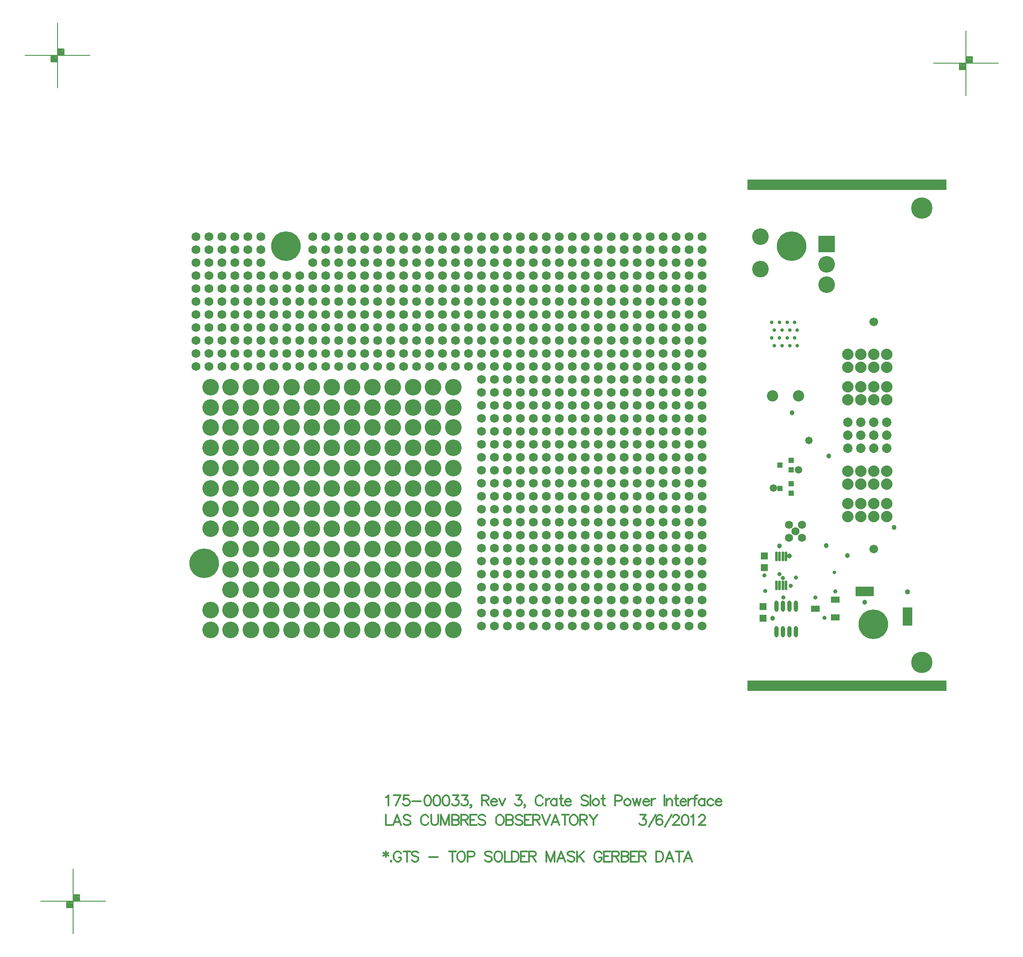
<source format=gts>
%FSLAX23Y23*%
%MOIN*%
G70*
G01*
G75*
G04 Layer_Color=8388736*
%ADD10R,0.036X0.036*%
%ADD11R,0.050X0.050*%
%ADD12R,0.070X0.135*%
%ADD13R,0.059X0.039*%
%ADD14O,0.014X0.067*%
%ADD15R,0.135X0.070*%
%ADD16O,0.024X0.079*%
%ADD17C,0.010*%
%ADD18C,0.020*%
%ADD19C,0.050*%
%ADD20C,0.040*%
%ADD21C,0.012*%
%ADD22R,1.537X0.079*%
%ADD23R,0.221X0.226*%
%ADD24R,0.221X0.236*%
%ADD25C,0.008*%
%ADD26C,0.012*%
%ADD27C,0.012*%
%ADD28C,0.220*%
%ADD29C,0.120*%
%ADD30C,0.060*%
%ADD31R,0.120X0.120*%
%ADD32C,0.055*%
%ADD33C,0.080*%
%ADD34C,0.065*%
%ADD35C,0.059*%
%ADD36C,0.079*%
%ADD37C,0.157*%
%ADD38C,0.020*%
%ADD39C,0.030*%
%ADD40C,0.050*%
%ADD41C,0.024*%
%ADD42C,0.032*%
%ADD43C,0.206*%
%ADD44C,0.110*%
%ADD45C,0.076*%
%ADD46C,0.073*%
%ADD47C,0.092*%
%ADD48C,0.190*%
%ADD49C,0.087*%
%ADD50C,0.055*%
%ADD51C,0.068*%
%ADD52R,0.268X0.272*%
%ADD53R,0.037X0.075*%
%ADD54C,0.007*%
%ADD55R,0.221X0.246*%
%ADD56R,0.221X0.217*%
%ADD57C,0.010*%
%ADD58C,0.010*%
%ADD59C,0.024*%
%ADD60C,0.005*%
%ADD61C,0.039*%
%ADD62C,0.006*%
%ADD63C,0.007*%
%ADD64C,0.008*%
%ADD65R,0.239X0.139*%
%ADD66R,1.535X0.079*%
%ADD67R,0.044X0.044*%
%ADD68R,0.058X0.058*%
%ADD69R,0.078X0.143*%
%ADD70R,0.067X0.047*%
%ADD71O,0.022X0.075*%
%ADD72R,0.143X0.078*%
%ADD73O,0.032X0.087*%
%ADD74C,0.228*%
%ADD75C,0.128*%
%ADD76R,0.128X0.128*%
%ADD77C,0.063*%
%ADD78C,0.088*%
%ADD79C,0.073*%
%ADD80C,0.067*%
%ADD81C,0.087*%
%ADD82C,0.165*%
%ADD83C,0.028*%
%ADD84C,0.038*%
%ADD85C,0.058*%
%ADD86C,0.040*%
D21*
X22029Y14083D02*
Y14037D01*
X22010Y14072D02*
X22048Y14049D01*
Y14072D02*
X22010Y14049D01*
X22069Y14011D02*
X22065Y14007D01*
X22069Y14003D01*
X22072Y14007D01*
X22069Y14011D01*
X22147Y14064D02*
X22143Y14072D01*
X22136Y14079D01*
X22128Y14083D01*
X22113D01*
X22105Y14079D01*
X22098Y14072D01*
X22094Y14064D01*
X22090Y14053D01*
Y14034D01*
X22094Y14022D01*
X22098Y14015D01*
X22105Y14007D01*
X22113Y14003D01*
X22128D01*
X22136Y14007D01*
X22143Y14015D01*
X22147Y14022D01*
Y14034D01*
X22128D02*
X22147D01*
X22192Y14083D02*
Y14003D01*
X22165Y14083D02*
X22219D01*
X22281Y14072D02*
X22274Y14079D01*
X22262Y14083D01*
X22247D01*
X22236Y14079D01*
X22228Y14072D01*
Y14064D01*
X22232Y14056D01*
X22236Y14053D01*
X22243Y14049D01*
X22266Y14041D01*
X22274Y14037D01*
X22278Y14034D01*
X22281Y14026D01*
Y14015D01*
X22274Y14007D01*
X22262Y14003D01*
X22247D01*
X22236Y14007D01*
X22228Y14015D01*
X22362Y14037D02*
X22431D01*
X22544Y14083D02*
Y14003D01*
X22517Y14083D02*
X22571D01*
X22603D02*
X22595Y14079D01*
X22588Y14072D01*
X22584Y14064D01*
X22580Y14053D01*
Y14034D01*
X22584Y14022D01*
X22588Y14015D01*
X22595Y14007D01*
X22603Y14003D01*
X22618D01*
X22626Y14007D01*
X22633Y14015D01*
X22637Y14022D01*
X22641Y14034D01*
Y14053D01*
X22637Y14064D01*
X22633Y14072D01*
X22626Y14079D01*
X22618Y14083D01*
X22603D01*
X22660Y14041D02*
X22694D01*
X22705Y14045D01*
X22709Y14049D01*
X22713Y14056D01*
Y14068D01*
X22709Y14075D01*
X22705Y14079D01*
X22694Y14083D01*
X22660D01*
Y14003D01*
X22847Y14072D02*
X22839Y14079D01*
X22828Y14083D01*
X22813D01*
X22801Y14079D01*
X22794Y14072D01*
Y14064D01*
X22798Y14056D01*
X22801Y14053D01*
X22809Y14049D01*
X22832Y14041D01*
X22839Y14037D01*
X22843Y14034D01*
X22847Y14026D01*
Y14015D01*
X22839Y14007D01*
X22828Y14003D01*
X22813D01*
X22801Y14007D01*
X22794Y14015D01*
X22888Y14083D02*
X22880Y14079D01*
X22873Y14072D01*
X22869Y14064D01*
X22865Y14053D01*
Y14034D01*
X22869Y14022D01*
X22873Y14015D01*
X22880Y14007D01*
X22888Y14003D01*
X22903D01*
X22911Y14007D01*
X22918Y14015D01*
X22922Y14022D01*
X22926Y14034D01*
Y14053D01*
X22922Y14064D01*
X22918Y14072D01*
X22911Y14079D01*
X22903Y14083D01*
X22888D01*
X22945D02*
Y14003D01*
X22990D01*
X22999Y14083D02*
Y14003D01*
Y14083D02*
X23026D01*
X23037Y14079D01*
X23045Y14072D01*
X23049Y14064D01*
X23052Y14053D01*
Y14034D01*
X23049Y14022D01*
X23045Y14015D01*
X23037Y14007D01*
X23026Y14003D01*
X22999D01*
X23120Y14083D02*
X23070D01*
Y14003D01*
X23120D01*
X23070Y14045D02*
X23101D01*
X23133Y14083D02*
Y14003D01*
Y14083D02*
X23167D01*
X23179Y14079D01*
X23183Y14075D01*
X23186Y14068D01*
Y14060D01*
X23183Y14053D01*
X23179Y14049D01*
X23167Y14045D01*
X23133D01*
X23160D02*
X23186Y14003D01*
X23267Y14083D02*
Y14003D01*
Y14083D02*
X23298Y14003D01*
X23328Y14083D02*
X23298Y14003D01*
X23328Y14083D02*
Y14003D01*
X23412D02*
X23381Y14083D01*
X23351Y14003D01*
X23362Y14030D02*
X23400D01*
X23484Y14072D02*
X23476Y14079D01*
X23465Y14083D01*
X23450D01*
X23438Y14079D01*
X23431Y14072D01*
Y14064D01*
X23434Y14056D01*
X23438Y14053D01*
X23446Y14049D01*
X23469Y14041D01*
X23476Y14037D01*
X23480Y14034D01*
X23484Y14026D01*
Y14015D01*
X23476Y14007D01*
X23465Y14003D01*
X23450D01*
X23438Y14007D01*
X23431Y14015D01*
X23502Y14083D02*
Y14003D01*
X23555Y14083D02*
X23502Y14030D01*
X23521Y14049D02*
X23555Y14003D01*
X23693Y14064D02*
X23689Y14072D01*
X23682Y14079D01*
X23674Y14083D01*
X23659D01*
X23651Y14079D01*
X23643Y14072D01*
X23640Y14064D01*
X23636Y14053D01*
Y14034D01*
X23640Y14022D01*
X23643Y14015D01*
X23651Y14007D01*
X23659Y14003D01*
X23674D01*
X23682Y14007D01*
X23689Y14015D01*
X23693Y14022D01*
Y14034D01*
X23674D02*
X23693D01*
X23761Y14083D02*
X23711D01*
Y14003D01*
X23761D01*
X23711Y14045D02*
X23742D01*
X23774Y14083D02*
Y14003D01*
Y14083D02*
X23808D01*
X23820Y14079D01*
X23824Y14075D01*
X23827Y14068D01*
Y14060D01*
X23824Y14053D01*
X23820Y14049D01*
X23808Y14045D01*
X23774D01*
X23801D02*
X23827Y14003D01*
X23845Y14083D02*
Y14003D01*
Y14083D02*
X23880D01*
X23891Y14079D01*
X23895Y14075D01*
X23899Y14068D01*
Y14060D01*
X23895Y14053D01*
X23891Y14049D01*
X23880Y14045D01*
X23845D02*
X23880D01*
X23891Y14041D01*
X23895Y14037D01*
X23899Y14030D01*
Y14018D01*
X23895Y14011D01*
X23891Y14007D01*
X23880Y14003D01*
X23845D01*
X23966Y14083D02*
X23917D01*
Y14003D01*
X23966D01*
X23917Y14045D02*
X23947D01*
X23979Y14083D02*
Y14003D01*
Y14083D02*
X24014D01*
X24025Y14079D01*
X24029Y14075D01*
X24033Y14068D01*
Y14060D01*
X24029Y14053D01*
X24025Y14049D01*
X24014Y14045D01*
X23979D01*
X24006D02*
X24033Y14003D01*
X24113Y14083D02*
Y14003D01*
Y14083D02*
X24140D01*
X24152Y14079D01*
X24159Y14072D01*
X24163Y14064D01*
X24167Y14053D01*
Y14034D01*
X24163Y14022D01*
X24159Y14015D01*
X24152Y14007D01*
X24140Y14003D01*
X24113D01*
X24246D02*
X24215Y14083D01*
X24185Y14003D01*
X24196Y14030D02*
X24234D01*
X24291Y14083D02*
Y14003D01*
X24264Y14083D02*
X24318D01*
X24388Y14003D02*
X24358Y14083D01*
X24327Y14003D01*
X24339Y14030D02*
X24377D01*
D25*
X19518Y20239D02*
X19528D01*
Y20234D02*
Y20244D01*
X19518Y20234D02*
X19528D01*
X19518D02*
Y20244D01*
X19528D01*
X19533Y20229D02*
Y20244D01*
X19513Y20229D02*
X19533D01*
X19513D02*
Y20249D01*
X19533D01*
X19538Y20224D02*
Y20249D01*
X19508Y20224D02*
X19538D01*
X19508D02*
Y20254D01*
X19538D01*
X19543Y20219D02*
Y20259D01*
X19503Y20219D02*
X19543D01*
X19503D02*
Y20259D01*
X19543D01*
X19468Y20189D02*
X19478D01*
Y20184D02*
Y20194D01*
X19468Y20184D02*
X19478D01*
X19468D02*
Y20194D01*
X19478D01*
X19483Y20179D02*
Y20194D01*
X19463Y20179D02*
X19483D01*
X19463D02*
Y20199D01*
X19483D01*
X19488Y20174D02*
Y20199D01*
X19458Y20174D02*
X19488D01*
X19458D02*
Y20204D01*
X19488D01*
X19493Y20169D02*
Y20209D01*
X19453Y20169D02*
X19493D01*
X19453D02*
Y20209D01*
X19493D01*
X19448Y20164D02*
X19498D01*
X19448D02*
Y20214D01*
X19498Y20264D02*
X19548D01*
Y20214D02*
Y20264D01*
X19498Y19964D02*
Y20464D01*
X19248Y20214D02*
X19748D01*
X19641Y13723D02*
X19651D01*
Y13718D02*
Y13728D01*
X19641Y13718D02*
X19651D01*
X19641D02*
Y13728D01*
X19651D01*
X19656Y13713D02*
Y13728D01*
X19636Y13713D02*
X19656D01*
X19636D02*
Y13733D01*
X19656D01*
X19661Y13708D02*
Y13733D01*
X19631Y13708D02*
X19661D01*
X19631D02*
Y13738D01*
X19661D01*
X19666Y13703D02*
Y13743D01*
X19626Y13703D02*
X19666D01*
X19626D02*
Y13743D01*
X19666D01*
X19591Y13673D02*
X19601D01*
Y13668D02*
Y13678D01*
X19591Y13668D02*
X19601D01*
X19591D02*
Y13678D01*
X19601D01*
X19606Y13663D02*
Y13678D01*
X19586Y13663D02*
X19606D01*
X19586D02*
Y13683D01*
X19606D01*
X19611Y13658D02*
Y13683D01*
X19581Y13658D02*
X19611D01*
X19581D02*
Y13688D01*
X19611D01*
X19616Y13653D02*
Y13693D01*
X19576Y13653D02*
X19616D01*
X19576D02*
Y13693D01*
X19616D01*
X19571Y13648D02*
X19621D01*
X19571D02*
Y13698D01*
X19621Y13748D02*
X19671D01*
Y13698D02*
Y13748D01*
X19621Y13448D02*
Y13948D01*
X19371Y13698D02*
X19871D01*
X26519Y20181D02*
X26529D01*
Y20176D02*
Y20186D01*
X26519Y20176D02*
X26529D01*
X26519D02*
Y20186D01*
X26529D01*
X26534Y20171D02*
Y20186D01*
X26514Y20171D02*
X26534D01*
X26514D02*
Y20191D01*
X26534D01*
X26539Y20166D02*
Y20191D01*
X26509Y20166D02*
X26539D01*
X26509D02*
Y20196D01*
X26539D01*
X26544Y20161D02*
Y20201D01*
X26504Y20161D02*
X26544D01*
X26504D02*
Y20201D01*
X26544D01*
X26469Y20131D02*
X26479D01*
Y20126D02*
Y20136D01*
X26469Y20126D02*
X26479D01*
X26469D02*
Y20136D01*
X26479D01*
X26484Y20121D02*
Y20136D01*
X26464Y20121D02*
X26484D01*
X26464D02*
Y20141D01*
X26484D01*
X26489Y20116D02*
Y20141D01*
X26459Y20116D02*
X26489D01*
X26459D02*
Y20146D01*
X26489D01*
X26494Y20111D02*
Y20151D01*
X26454Y20111D02*
X26494D01*
X26454D02*
Y20151D01*
X26494D01*
X26449Y20106D02*
X26499D01*
X26449D02*
Y20156D01*
X26499Y20206D02*
X26549D01*
Y20156D02*
Y20206D01*
X26499Y19906D02*
Y20406D01*
X26249Y20156D02*
X26749D01*
D26*
X22031Y14364D02*
Y14284D01*
X22077D01*
X22147D02*
X22116Y14364D01*
X22086Y14284D01*
X22097Y14310D02*
X22135D01*
X22219Y14352D02*
X22211Y14360D01*
X22200Y14364D01*
X22184D01*
X22173Y14360D01*
X22165Y14352D01*
Y14345D01*
X22169Y14337D01*
X22173Y14333D01*
X22181Y14329D01*
X22204Y14322D01*
X22211Y14318D01*
X22215Y14314D01*
X22219Y14307D01*
Y14295D01*
X22211Y14287D01*
X22200Y14284D01*
X22184D01*
X22173Y14287D01*
X22165Y14295D01*
X22357Y14345D02*
X22353Y14352D01*
X22345Y14360D01*
X22338Y14364D01*
X22322D01*
X22315Y14360D01*
X22307Y14352D01*
X22303Y14345D01*
X22299Y14333D01*
Y14314D01*
X22303Y14303D01*
X22307Y14295D01*
X22315Y14287D01*
X22322Y14284D01*
X22338D01*
X22345Y14287D01*
X22353Y14295D01*
X22357Y14303D01*
X22379Y14364D02*
Y14307D01*
X22383Y14295D01*
X22391Y14287D01*
X22402Y14284D01*
X22410D01*
X22421Y14287D01*
X22429Y14295D01*
X22432Y14307D01*
Y14364D01*
X22454D02*
Y14284D01*
Y14364D02*
X22485Y14284D01*
X22515Y14364D02*
X22485Y14284D01*
X22515Y14364D02*
Y14284D01*
X22538Y14364D02*
Y14284D01*
Y14364D02*
X22573D01*
X22584Y14360D01*
X22588Y14356D01*
X22592Y14348D01*
Y14341D01*
X22588Y14333D01*
X22584Y14329D01*
X22573Y14326D01*
X22538D02*
X22573D01*
X22584Y14322D01*
X22588Y14318D01*
X22592Y14310D01*
Y14299D01*
X22588Y14291D01*
X22584Y14287D01*
X22573Y14284D01*
X22538D01*
X22610Y14364D02*
Y14284D01*
Y14364D02*
X22644D01*
X22655Y14360D01*
X22659Y14356D01*
X22663Y14348D01*
Y14341D01*
X22659Y14333D01*
X22655Y14329D01*
X22644Y14326D01*
X22610D01*
X22636D02*
X22663Y14284D01*
X22730Y14364D02*
X22681D01*
Y14284D01*
X22730D01*
X22681Y14326D02*
X22711D01*
X22797Y14352D02*
X22789Y14360D01*
X22778Y14364D01*
X22763D01*
X22751Y14360D01*
X22744Y14352D01*
Y14345D01*
X22747Y14337D01*
X22751Y14333D01*
X22759Y14329D01*
X22782Y14322D01*
X22789Y14318D01*
X22793Y14314D01*
X22797Y14307D01*
Y14295D01*
X22789Y14287D01*
X22778Y14284D01*
X22763D01*
X22751Y14287D01*
X22744Y14295D01*
X22900Y14364D02*
X22893Y14360D01*
X22885Y14352D01*
X22881Y14345D01*
X22878Y14333D01*
Y14314D01*
X22881Y14303D01*
X22885Y14295D01*
X22893Y14287D01*
X22900Y14284D01*
X22916D01*
X22923Y14287D01*
X22931Y14295D01*
X22935Y14303D01*
X22939Y14314D01*
Y14333D01*
X22935Y14345D01*
X22931Y14352D01*
X22923Y14360D01*
X22916Y14364D01*
X22900D01*
X22957D02*
Y14284D01*
Y14364D02*
X22992D01*
X23003Y14360D01*
X23007Y14356D01*
X23011Y14348D01*
Y14341D01*
X23007Y14333D01*
X23003Y14329D01*
X22992Y14326D01*
X22957D02*
X22992D01*
X23003Y14322D01*
X23007Y14318D01*
X23011Y14310D01*
Y14299D01*
X23007Y14291D01*
X23003Y14287D01*
X22992Y14284D01*
X22957D01*
X23082Y14352D02*
X23074Y14360D01*
X23063Y14364D01*
X23048D01*
X23036Y14360D01*
X23028Y14352D01*
Y14345D01*
X23032Y14337D01*
X23036Y14333D01*
X23044Y14329D01*
X23067Y14322D01*
X23074Y14318D01*
X23078Y14314D01*
X23082Y14307D01*
Y14295D01*
X23074Y14287D01*
X23063Y14284D01*
X23048D01*
X23036Y14287D01*
X23028Y14295D01*
X23149Y14364D02*
X23100D01*
Y14284D01*
X23149D01*
X23100Y14326D02*
X23130D01*
X23163Y14364D02*
Y14284D01*
Y14364D02*
X23197D01*
X23208Y14360D01*
X23212Y14356D01*
X23216Y14348D01*
Y14341D01*
X23212Y14333D01*
X23208Y14329D01*
X23197Y14326D01*
X23163D01*
X23189D02*
X23216Y14284D01*
X23234Y14364D02*
X23264Y14284D01*
X23295Y14364D02*
X23264Y14284D01*
X23366D02*
X23335Y14364D01*
X23305Y14284D01*
X23316Y14310D02*
X23354D01*
X23411Y14364D02*
Y14284D01*
X23385Y14364D02*
X23438D01*
X23470D02*
X23463Y14360D01*
X23455Y14352D01*
X23451Y14345D01*
X23447Y14333D01*
Y14314D01*
X23451Y14303D01*
X23455Y14295D01*
X23463Y14287D01*
X23470Y14284D01*
X23486D01*
X23493Y14287D01*
X23501Y14295D01*
X23505Y14303D01*
X23508Y14314D01*
Y14333D01*
X23505Y14345D01*
X23501Y14352D01*
X23493Y14360D01*
X23486Y14364D01*
X23470D01*
X23527D02*
Y14284D01*
Y14364D02*
X23561D01*
X23573Y14360D01*
X23577Y14356D01*
X23580Y14348D01*
Y14341D01*
X23577Y14333D01*
X23573Y14329D01*
X23561Y14326D01*
X23527D01*
X23554D02*
X23580Y14284D01*
X23598Y14364D02*
X23629Y14326D01*
Y14284D01*
X23659Y14364D02*
X23629Y14326D01*
X23991Y14364D02*
X24033D01*
X24010Y14333D01*
X24022D01*
X24029Y14329D01*
X24033Y14326D01*
X24037Y14314D01*
Y14307D01*
X24033Y14295D01*
X24026Y14287D01*
X24014Y14284D01*
X24003D01*
X23991Y14287D01*
X23987Y14291D01*
X23984Y14299D01*
X24055Y14272D02*
X24108Y14364D01*
X24159Y14352D02*
X24155Y14360D01*
X24144Y14364D01*
X24136D01*
X24125Y14360D01*
X24117Y14348D01*
X24114Y14329D01*
Y14310D01*
X24117Y14295D01*
X24125Y14287D01*
X24136Y14284D01*
X24140D01*
X24152Y14287D01*
X24159Y14295D01*
X24163Y14307D01*
Y14310D01*
X24159Y14322D01*
X24152Y14329D01*
X24140Y14333D01*
X24136D01*
X24125Y14329D01*
X24117Y14322D01*
X24114Y14310D01*
X24181Y14272D02*
X24234Y14364D01*
X24243Y14345D02*
Y14348D01*
X24247Y14356D01*
X24251Y14360D01*
X24258Y14364D01*
X24274D01*
X24281Y14360D01*
X24285Y14356D01*
X24289Y14348D01*
Y14341D01*
X24285Y14333D01*
X24277Y14322D01*
X24239Y14284D01*
X24293D01*
X24333Y14364D02*
X24322Y14360D01*
X24314Y14348D01*
X24310Y14329D01*
Y14318D01*
X24314Y14299D01*
X24322Y14287D01*
X24333Y14284D01*
X24341D01*
X24352Y14287D01*
X24360Y14299D01*
X24364Y14318D01*
Y14329D01*
X24360Y14348D01*
X24352Y14360D01*
X24341Y14364D01*
X24333D01*
X24382Y14348D02*
X24389Y14352D01*
X24401Y14364D01*
Y14284D01*
X24444Y14345D02*
Y14348D01*
X24448Y14356D01*
X24452Y14360D01*
X24459Y14364D01*
X24475D01*
X24482Y14360D01*
X24486Y14356D01*
X24490Y14348D01*
Y14341D01*
X24486Y14333D01*
X24478Y14322D01*
X24440Y14284D01*
X24494D01*
D27*
X22031Y14498D02*
X22039Y14502D01*
X22050Y14514D01*
Y14434D01*
X22143Y14514D02*
X22105Y14434D01*
X22090Y14514D02*
X22143D01*
X22207D02*
X22169D01*
X22165Y14479D01*
X22169Y14483D01*
X22180Y14487D01*
X22192D01*
X22203Y14483D01*
X22211Y14476D01*
X22215Y14464D01*
Y14457D01*
X22211Y14445D01*
X22203Y14438D01*
X22192Y14434D01*
X22180D01*
X22169Y14438D01*
X22165Y14441D01*
X22161Y14449D01*
X22232Y14468D02*
X22301D01*
X22347Y14514D02*
X22336Y14510D01*
X22328Y14498D01*
X22325Y14479D01*
Y14468D01*
X22328Y14449D01*
X22336Y14438D01*
X22347Y14434D01*
X22355D01*
X22367Y14438D01*
X22374Y14449D01*
X22378Y14468D01*
Y14479D01*
X22374Y14498D01*
X22367Y14510D01*
X22355Y14514D01*
X22347D01*
X22419D02*
X22407Y14510D01*
X22400Y14498D01*
X22396Y14479D01*
Y14468D01*
X22400Y14449D01*
X22407Y14438D01*
X22419Y14434D01*
X22426D01*
X22438Y14438D01*
X22445Y14449D01*
X22449Y14468D01*
Y14479D01*
X22445Y14498D01*
X22438Y14510D01*
X22426Y14514D01*
X22419D01*
X22490D02*
X22478Y14510D01*
X22471Y14498D01*
X22467Y14479D01*
Y14468D01*
X22471Y14449D01*
X22478Y14438D01*
X22490Y14434D01*
X22498D01*
X22509Y14438D01*
X22517Y14449D01*
X22520Y14468D01*
Y14479D01*
X22517Y14498D01*
X22509Y14510D01*
X22498Y14514D01*
X22490D01*
X22546D02*
X22588D01*
X22565Y14483D01*
X22576D01*
X22584Y14479D01*
X22588Y14476D01*
X22592Y14464D01*
Y14457D01*
X22588Y14445D01*
X22580Y14438D01*
X22569Y14434D01*
X22557D01*
X22546Y14438D01*
X22542Y14441D01*
X22538Y14449D01*
X22617Y14514D02*
X22659D01*
X22636Y14483D01*
X22648D01*
X22655Y14479D01*
X22659Y14476D01*
X22663Y14464D01*
Y14457D01*
X22659Y14445D01*
X22651Y14438D01*
X22640Y14434D01*
X22629D01*
X22617Y14438D01*
X22613Y14441D01*
X22610Y14449D01*
X22688Y14438D02*
X22685Y14434D01*
X22681Y14438D01*
X22685Y14441D01*
X22688Y14438D01*
Y14430D01*
X22685Y14422D01*
X22681Y14418D01*
X22769Y14514D02*
Y14434D01*
Y14514D02*
X22803D01*
X22814Y14510D01*
X22818Y14506D01*
X22822Y14498D01*
Y14491D01*
X22818Y14483D01*
X22814Y14479D01*
X22803Y14476D01*
X22769D01*
X22795D02*
X22822Y14434D01*
X22840Y14464D02*
X22886D01*
Y14472D01*
X22882Y14479D01*
X22878Y14483D01*
X22870Y14487D01*
X22859D01*
X22851Y14483D01*
X22844Y14476D01*
X22840Y14464D01*
Y14457D01*
X22844Y14445D01*
X22851Y14438D01*
X22859Y14434D01*
X22870D01*
X22878Y14438D01*
X22886Y14445D01*
X22903Y14487D02*
X22926Y14434D01*
X22948Y14487D02*
X22926Y14434D01*
X23032Y14514D02*
X23074D01*
X23051Y14483D01*
X23062D01*
X23070Y14479D01*
X23074Y14476D01*
X23078Y14464D01*
Y14457D01*
X23074Y14445D01*
X23066Y14438D01*
X23055Y14434D01*
X23043D01*
X23032Y14438D01*
X23028Y14441D01*
X23024Y14449D01*
X23103Y14438D02*
X23099Y14434D01*
X23095Y14438D01*
X23099Y14441D01*
X23103Y14438D01*
Y14430D01*
X23099Y14422D01*
X23095Y14418D01*
X23241Y14495D02*
X23237Y14502D01*
X23229Y14510D01*
X23222Y14514D01*
X23206D01*
X23199Y14510D01*
X23191Y14502D01*
X23187Y14495D01*
X23183Y14483D01*
Y14464D01*
X23187Y14453D01*
X23191Y14445D01*
X23199Y14438D01*
X23206Y14434D01*
X23222D01*
X23229Y14438D01*
X23237Y14445D01*
X23241Y14453D01*
X23263Y14487D02*
Y14434D01*
Y14464D02*
X23267Y14476D01*
X23275Y14483D01*
X23282Y14487D01*
X23294D01*
X23346D02*
Y14434D01*
Y14476D02*
X23339Y14483D01*
X23331Y14487D01*
X23320D01*
X23312Y14483D01*
X23305Y14476D01*
X23301Y14464D01*
Y14457D01*
X23305Y14445D01*
X23312Y14438D01*
X23320Y14434D01*
X23331D01*
X23339Y14438D01*
X23346Y14445D01*
X23379Y14514D02*
Y14449D01*
X23383Y14438D01*
X23391Y14434D01*
X23398D01*
X23368Y14487D02*
X23394D01*
X23410Y14464D02*
X23455D01*
Y14472D01*
X23452Y14479D01*
X23448Y14483D01*
X23440Y14487D01*
X23429D01*
X23421Y14483D01*
X23414Y14476D01*
X23410Y14464D01*
Y14457D01*
X23414Y14445D01*
X23421Y14438D01*
X23429Y14434D01*
X23440D01*
X23448Y14438D01*
X23455Y14445D01*
X23589Y14502D02*
X23581Y14510D01*
X23570Y14514D01*
X23554D01*
X23543Y14510D01*
X23535Y14502D01*
Y14495D01*
X23539Y14487D01*
X23543Y14483D01*
X23551Y14479D01*
X23573Y14472D01*
X23581Y14468D01*
X23585Y14464D01*
X23589Y14457D01*
Y14445D01*
X23581Y14438D01*
X23570Y14434D01*
X23554D01*
X23543Y14438D01*
X23535Y14445D01*
X23607Y14514D02*
Y14434D01*
X23642Y14487D02*
X23635Y14483D01*
X23627Y14476D01*
X23623Y14464D01*
Y14457D01*
X23627Y14445D01*
X23635Y14438D01*
X23642Y14434D01*
X23654D01*
X23661Y14438D01*
X23669Y14445D01*
X23673Y14457D01*
Y14464D01*
X23669Y14476D01*
X23661Y14483D01*
X23654Y14487D01*
X23642D01*
X23702Y14514D02*
Y14449D01*
X23706Y14438D01*
X23713Y14434D01*
X23721D01*
X23690Y14487D02*
X23717D01*
X23795Y14472D02*
X23829D01*
X23841Y14476D01*
X23845Y14479D01*
X23848Y14487D01*
Y14498D01*
X23845Y14506D01*
X23841Y14510D01*
X23829Y14514D01*
X23795D01*
Y14434D01*
X23885Y14487D02*
X23878Y14483D01*
X23870Y14476D01*
X23866Y14464D01*
Y14457D01*
X23870Y14445D01*
X23878Y14438D01*
X23885Y14434D01*
X23897D01*
X23904Y14438D01*
X23912Y14445D01*
X23916Y14457D01*
Y14464D01*
X23912Y14476D01*
X23904Y14483D01*
X23897Y14487D01*
X23885D01*
X23933D02*
X23949Y14434D01*
X23964Y14487D02*
X23949Y14434D01*
X23964Y14487D02*
X23979Y14434D01*
X23994Y14487D02*
X23979Y14434D01*
X24013Y14464D02*
X24059D01*
Y14472D01*
X24055Y14479D01*
X24051Y14483D01*
X24043Y14487D01*
X24032D01*
X24024Y14483D01*
X24017Y14476D01*
X24013Y14464D01*
Y14457D01*
X24017Y14445D01*
X24024Y14438D01*
X24032Y14434D01*
X24043D01*
X24051Y14438D01*
X24059Y14445D01*
X24076Y14487D02*
Y14434D01*
Y14464D02*
X24080Y14476D01*
X24087Y14483D01*
X24095Y14487D01*
X24106D01*
X24176Y14514D02*
Y14434D01*
X24193Y14487D02*
Y14434D01*
Y14472D02*
X24205Y14483D01*
X24212Y14487D01*
X24224D01*
X24231Y14483D01*
X24235Y14472D01*
Y14434D01*
X24267Y14514D02*
Y14449D01*
X24271Y14438D01*
X24279Y14434D01*
X24286D01*
X24256Y14487D02*
X24283D01*
X24298Y14464D02*
X24344D01*
Y14472D01*
X24340Y14479D01*
X24336Y14483D01*
X24328Y14487D01*
X24317D01*
X24309Y14483D01*
X24302Y14476D01*
X24298Y14464D01*
Y14457D01*
X24302Y14445D01*
X24309Y14438D01*
X24317Y14434D01*
X24328D01*
X24336Y14438D01*
X24344Y14445D01*
X24361Y14487D02*
Y14434D01*
Y14464D02*
X24365Y14476D01*
X24372Y14483D01*
X24380Y14487D01*
X24391D01*
X24429Y14514D02*
X24421D01*
X24414Y14510D01*
X24410Y14498D01*
Y14434D01*
X24398Y14487D02*
X24425D01*
X24486D02*
Y14434D01*
Y14476D02*
X24478Y14483D01*
X24471Y14487D01*
X24459D01*
X24452Y14483D01*
X24444Y14476D01*
X24440Y14464D01*
Y14457D01*
X24444Y14445D01*
X24452Y14438D01*
X24459Y14434D01*
X24471D01*
X24478Y14438D01*
X24486Y14445D01*
X24553Y14476D02*
X24545Y14483D01*
X24538Y14487D01*
X24526D01*
X24519Y14483D01*
X24511Y14476D01*
X24507Y14464D01*
Y14457D01*
X24511Y14445D01*
X24519Y14438D01*
X24526Y14434D01*
X24538D01*
X24545Y14438D01*
X24553Y14445D01*
X24570Y14464D02*
X24616D01*
Y14472D01*
X24612Y14479D01*
X24608Y14483D01*
X24601Y14487D01*
X24589D01*
X24582Y14483D01*
X24574Y14476D01*
X24570Y14464D01*
Y14457D01*
X24574Y14445D01*
X24582Y14438D01*
X24589Y14434D01*
X24601D01*
X24608Y14438D01*
X24616Y14445D01*
D42*
X25089Y16190D02*
D03*
X25149Y16130D02*
D03*
X25191Y16191D02*
D03*
X25339Y16037D02*
D03*
X25093Y16038D02*
D03*
X25409Y15883D02*
D03*
X25063Y16217D02*
D03*
X25492Y16085D02*
D03*
X24953Y16087D02*
D03*
X24947Y16209D02*
D03*
D51*
X24466Y18819D02*
D03*
Y18719D02*
D03*
Y18619D02*
D03*
Y18519D02*
D03*
X24366Y18819D02*
D03*
Y18719D02*
D03*
Y18619D02*
D03*
Y18519D02*
D03*
X24266Y18819D02*
D03*
Y18719D02*
D03*
Y18619D02*
D03*
Y18519D02*
D03*
X24166Y18819D02*
D03*
Y18719D02*
D03*
Y18619D02*
D03*
Y18519D02*
D03*
X24066Y18819D02*
D03*
Y18719D02*
D03*
Y18619D02*
D03*
Y18519D02*
D03*
X23966D02*
D03*
Y18619D02*
D03*
Y18719D02*
D03*
Y18819D02*
D03*
X24466Y18319D02*
D03*
Y18219D02*
D03*
Y18119D02*
D03*
Y18019D02*
D03*
Y17919D02*
D03*
X24366Y18319D02*
D03*
Y18219D02*
D03*
Y18119D02*
D03*
Y18019D02*
D03*
Y17919D02*
D03*
X24266Y18319D02*
D03*
Y18219D02*
D03*
Y18119D02*
D03*
Y18019D02*
D03*
Y17919D02*
D03*
X24166Y18319D02*
D03*
Y18219D02*
D03*
Y18119D02*
D03*
Y18019D02*
D03*
Y17919D02*
D03*
X24066Y18319D02*
D03*
Y18219D02*
D03*
Y18119D02*
D03*
Y18019D02*
D03*
Y17919D02*
D03*
X23966D02*
D03*
Y18019D02*
D03*
Y18119D02*
D03*
Y18219D02*
D03*
Y18319D02*
D03*
X24466Y18419D02*
D03*
X24366D02*
D03*
X24266D02*
D03*
X24166D02*
D03*
X24066D02*
D03*
X23966D02*
D03*
X23366D02*
D03*
X23466D02*
D03*
X23566D02*
D03*
X23666D02*
D03*
X23766D02*
D03*
X23866D02*
D03*
X23366Y18319D02*
D03*
Y18219D02*
D03*
Y18119D02*
D03*
Y18019D02*
D03*
Y17919D02*
D03*
X23466D02*
D03*
Y18019D02*
D03*
Y18119D02*
D03*
Y18219D02*
D03*
Y18319D02*
D03*
X23566Y17919D02*
D03*
Y18019D02*
D03*
Y18119D02*
D03*
Y18219D02*
D03*
Y18319D02*
D03*
X23666Y17919D02*
D03*
Y18019D02*
D03*
Y18119D02*
D03*
Y18219D02*
D03*
Y18319D02*
D03*
X23766Y17919D02*
D03*
Y18019D02*
D03*
Y18119D02*
D03*
Y18219D02*
D03*
Y18319D02*
D03*
X23866Y17919D02*
D03*
Y18019D02*
D03*
Y18119D02*
D03*
Y18219D02*
D03*
Y18319D02*
D03*
X23366Y18819D02*
D03*
Y18719D02*
D03*
Y18619D02*
D03*
Y18519D02*
D03*
X23466D02*
D03*
Y18619D02*
D03*
Y18719D02*
D03*
Y18819D02*
D03*
X23566Y18519D02*
D03*
Y18619D02*
D03*
Y18719D02*
D03*
Y18819D02*
D03*
X23666Y18519D02*
D03*
Y18619D02*
D03*
Y18719D02*
D03*
Y18819D02*
D03*
X23766Y18519D02*
D03*
Y18619D02*
D03*
Y18719D02*
D03*
Y18819D02*
D03*
X23866Y18519D02*
D03*
Y18619D02*
D03*
Y18719D02*
D03*
Y18819D02*
D03*
X22766Y18419D02*
D03*
X22866D02*
D03*
X22966D02*
D03*
X23066D02*
D03*
X23166D02*
D03*
X23266D02*
D03*
X22766Y18319D02*
D03*
Y18219D02*
D03*
Y18119D02*
D03*
Y18019D02*
D03*
Y17919D02*
D03*
X22866D02*
D03*
Y18019D02*
D03*
Y18119D02*
D03*
Y18219D02*
D03*
Y18319D02*
D03*
X22966Y17919D02*
D03*
Y18019D02*
D03*
Y18119D02*
D03*
Y18219D02*
D03*
Y18319D02*
D03*
X23066Y17919D02*
D03*
Y18019D02*
D03*
Y18119D02*
D03*
Y18219D02*
D03*
Y18319D02*
D03*
X23166Y17919D02*
D03*
Y18019D02*
D03*
Y18119D02*
D03*
Y18219D02*
D03*
Y18319D02*
D03*
X23266Y17919D02*
D03*
Y18019D02*
D03*
Y18119D02*
D03*
Y18219D02*
D03*
Y18319D02*
D03*
X22766Y18819D02*
D03*
Y18719D02*
D03*
Y18619D02*
D03*
Y18519D02*
D03*
X22866D02*
D03*
Y18619D02*
D03*
Y18719D02*
D03*
Y18819D02*
D03*
X22966Y18519D02*
D03*
Y18619D02*
D03*
Y18719D02*
D03*
Y18819D02*
D03*
X23066Y18519D02*
D03*
Y18619D02*
D03*
Y18719D02*
D03*
Y18819D02*
D03*
X23166Y18519D02*
D03*
Y18619D02*
D03*
Y18719D02*
D03*
Y18819D02*
D03*
X23266Y18519D02*
D03*
Y18619D02*
D03*
Y18719D02*
D03*
Y18819D02*
D03*
X22166Y18419D02*
D03*
X22266D02*
D03*
X22366D02*
D03*
X22466D02*
D03*
X22566D02*
D03*
X22666D02*
D03*
X22166Y18319D02*
D03*
Y18219D02*
D03*
Y18119D02*
D03*
Y18019D02*
D03*
Y17919D02*
D03*
X22266D02*
D03*
Y18019D02*
D03*
Y18119D02*
D03*
Y18219D02*
D03*
Y18319D02*
D03*
X22366Y17919D02*
D03*
Y18019D02*
D03*
Y18119D02*
D03*
Y18219D02*
D03*
Y18319D02*
D03*
X22466Y17919D02*
D03*
Y18019D02*
D03*
Y18119D02*
D03*
Y18219D02*
D03*
Y18319D02*
D03*
X22566Y17919D02*
D03*
Y18019D02*
D03*
Y18119D02*
D03*
Y18219D02*
D03*
Y18319D02*
D03*
X22666Y17919D02*
D03*
Y18019D02*
D03*
Y18119D02*
D03*
Y18219D02*
D03*
Y18319D02*
D03*
X22166Y18819D02*
D03*
Y18719D02*
D03*
Y18619D02*
D03*
Y18519D02*
D03*
X22266D02*
D03*
Y18619D02*
D03*
Y18719D02*
D03*
Y18819D02*
D03*
X22366Y18519D02*
D03*
Y18619D02*
D03*
Y18719D02*
D03*
Y18819D02*
D03*
X22466Y18519D02*
D03*
Y18619D02*
D03*
Y18719D02*
D03*
Y18819D02*
D03*
X22566Y18519D02*
D03*
Y18619D02*
D03*
Y18719D02*
D03*
Y18819D02*
D03*
X22666Y18519D02*
D03*
Y18619D02*
D03*
Y18719D02*
D03*
Y18819D02*
D03*
Y17819D02*
D03*
X22566D02*
D03*
X22466D02*
D03*
X22366D02*
D03*
X22266D02*
D03*
X22166D02*
D03*
X23266D02*
D03*
X23166D02*
D03*
X23066D02*
D03*
X22966D02*
D03*
X22866D02*
D03*
X22766D02*
D03*
X23866D02*
D03*
X23766D02*
D03*
X23666D02*
D03*
X23566D02*
D03*
X23466D02*
D03*
X23366D02*
D03*
X23966D02*
D03*
X24066D02*
D03*
X24166D02*
D03*
X24266D02*
D03*
X24366D02*
D03*
X24466D02*
D03*
Y16519D02*
D03*
X24366D02*
D03*
X24266D02*
D03*
X24166D02*
D03*
X24066D02*
D03*
X23966D02*
D03*
X23366D02*
D03*
X23466D02*
D03*
X23566D02*
D03*
X23666D02*
D03*
X23766D02*
D03*
X23866D02*
D03*
X22766D02*
D03*
X22866D02*
D03*
X22966D02*
D03*
X23066D02*
D03*
X23166D02*
D03*
X23266D02*
D03*
Y17619D02*
D03*
Y17519D02*
D03*
Y17419D02*
D03*
Y17319D02*
D03*
Y17219D02*
D03*
X23166Y17619D02*
D03*
Y17519D02*
D03*
Y17419D02*
D03*
Y17319D02*
D03*
Y17219D02*
D03*
X23066Y17619D02*
D03*
Y17519D02*
D03*
Y17419D02*
D03*
Y17319D02*
D03*
Y17219D02*
D03*
X22966Y17619D02*
D03*
Y17519D02*
D03*
Y17419D02*
D03*
Y17319D02*
D03*
Y17219D02*
D03*
X22866Y17619D02*
D03*
Y17519D02*
D03*
Y17419D02*
D03*
Y17319D02*
D03*
Y17219D02*
D03*
X22766D02*
D03*
Y17319D02*
D03*
Y17419D02*
D03*
Y17519D02*
D03*
Y17619D02*
D03*
X23266Y17719D02*
D03*
X23166D02*
D03*
X23066D02*
D03*
X22966D02*
D03*
X22866D02*
D03*
X22766D02*
D03*
X23266Y17019D02*
D03*
Y16919D02*
D03*
Y16819D02*
D03*
Y16719D02*
D03*
Y16619D02*
D03*
X23166Y17019D02*
D03*
Y16919D02*
D03*
Y16819D02*
D03*
Y16719D02*
D03*
Y16619D02*
D03*
X23066Y17019D02*
D03*
Y16919D02*
D03*
Y16819D02*
D03*
Y16719D02*
D03*
Y16619D02*
D03*
X22966Y17019D02*
D03*
Y16919D02*
D03*
Y16819D02*
D03*
Y16719D02*
D03*
Y16619D02*
D03*
X22866Y17019D02*
D03*
Y16919D02*
D03*
Y16819D02*
D03*
Y16719D02*
D03*
Y16619D02*
D03*
X22766D02*
D03*
Y16719D02*
D03*
Y16819D02*
D03*
Y16919D02*
D03*
Y17019D02*
D03*
X23266Y17119D02*
D03*
X23166D02*
D03*
X23066D02*
D03*
X22966D02*
D03*
X22866D02*
D03*
X22766D02*
D03*
X23866Y17619D02*
D03*
Y17519D02*
D03*
Y17419D02*
D03*
Y17319D02*
D03*
Y17219D02*
D03*
X23766Y17619D02*
D03*
Y17519D02*
D03*
Y17419D02*
D03*
Y17319D02*
D03*
Y17219D02*
D03*
X23666Y17619D02*
D03*
Y17519D02*
D03*
Y17419D02*
D03*
Y17319D02*
D03*
Y17219D02*
D03*
X23566Y17619D02*
D03*
Y17519D02*
D03*
Y17419D02*
D03*
Y17319D02*
D03*
Y17219D02*
D03*
X23466Y17619D02*
D03*
Y17519D02*
D03*
Y17419D02*
D03*
Y17319D02*
D03*
Y17219D02*
D03*
X23366D02*
D03*
Y17319D02*
D03*
Y17419D02*
D03*
Y17519D02*
D03*
Y17619D02*
D03*
X23866Y17719D02*
D03*
X23766D02*
D03*
X23666D02*
D03*
X23566D02*
D03*
X23466D02*
D03*
X23366D02*
D03*
X23866Y17019D02*
D03*
Y16919D02*
D03*
Y16819D02*
D03*
Y16719D02*
D03*
Y16619D02*
D03*
X23766Y17019D02*
D03*
Y16919D02*
D03*
Y16819D02*
D03*
Y16719D02*
D03*
Y16619D02*
D03*
X23666Y17019D02*
D03*
Y16919D02*
D03*
Y16819D02*
D03*
Y16719D02*
D03*
Y16619D02*
D03*
X23566Y17019D02*
D03*
Y16919D02*
D03*
Y16819D02*
D03*
Y16719D02*
D03*
Y16619D02*
D03*
X23466Y17019D02*
D03*
Y16919D02*
D03*
Y16819D02*
D03*
Y16719D02*
D03*
Y16619D02*
D03*
X23366D02*
D03*
Y16719D02*
D03*
Y16819D02*
D03*
Y16919D02*
D03*
Y17019D02*
D03*
X23866Y17119D02*
D03*
X23766D02*
D03*
X23666D02*
D03*
X23566D02*
D03*
X23466D02*
D03*
X23366D02*
D03*
X23966D02*
D03*
X24066D02*
D03*
X24166D02*
D03*
X24266D02*
D03*
X24366D02*
D03*
X24466D02*
D03*
X23966Y17019D02*
D03*
Y16919D02*
D03*
Y16819D02*
D03*
Y16719D02*
D03*
Y16619D02*
D03*
X24066D02*
D03*
Y16719D02*
D03*
Y16819D02*
D03*
Y16919D02*
D03*
Y17019D02*
D03*
X24166Y16619D02*
D03*
Y16719D02*
D03*
Y16819D02*
D03*
Y16919D02*
D03*
Y17019D02*
D03*
X24266Y16619D02*
D03*
Y16719D02*
D03*
Y16819D02*
D03*
Y16919D02*
D03*
Y17019D02*
D03*
X24366Y16619D02*
D03*
Y16719D02*
D03*
Y16819D02*
D03*
Y16919D02*
D03*
Y17019D02*
D03*
X24466Y16619D02*
D03*
Y16719D02*
D03*
Y16819D02*
D03*
Y16919D02*
D03*
Y17019D02*
D03*
X23966Y17719D02*
D03*
X24066D02*
D03*
X24166D02*
D03*
X24266D02*
D03*
X24366D02*
D03*
X24466D02*
D03*
X23966Y17619D02*
D03*
Y17519D02*
D03*
Y17419D02*
D03*
Y17319D02*
D03*
Y17219D02*
D03*
X24066D02*
D03*
Y17319D02*
D03*
Y17419D02*
D03*
Y17519D02*
D03*
Y17619D02*
D03*
X24166Y17219D02*
D03*
Y17319D02*
D03*
Y17419D02*
D03*
Y17519D02*
D03*
Y17619D02*
D03*
X24266Y17219D02*
D03*
Y17319D02*
D03*
Y17419D02*
D03*
Y17519D02*
D03*
Y17619D02*
D03*
X24366Y17219D02*
D03*
Y17319D02*
D03*
Y17419D02*
D03*
Y17519D02*
D03*
Y17619D02*
D03*
X24466Y17219D02*
D03*
Y17319D02*
D03*
Y17419D02*
D03*
Y17519D02*
D03*
Y17619D02*
D03*
X23266Y16319D02*
D03*
Y16219D02*
D03*
Y16119D02*
D03*
Y16019D02*
D03*
Y15919D02*
D03*
X23166Y16319D02*
D03*
Y16219D02*
D03*
Y16119D02*
D03*
Y16019D02*
D03*
Y15919D02*
D03*
X23066Y16319D02*
D03*
Y16219D02*
D03*
Y16119D02*
D03*
Y16019D02*
D03*
Y15919D02*
D03*
X22966Y16319D02*
D03*
Y16219D02*
D03*
Y16119D02*
D03*
Y16019D02*
D03*
Y15919D02*
D03*
X22866Y16319D02*
D03*
Y16219D02*
D03*
Y16119D02*
D03*
Y16019D02*
D03*
Y15919D02*
D03*
X22766D02*
D03*
Y16019D02*
D03*
Y16119D02*
D03*
Y16219D02*
D03*
Y16319D02*
D03*
X23266Y16419D02*
D03*
X23166D02*
D03*
X23066D02*
D03*
X22966D02*
D03*
X22866D02*
D03*
X22766D02*
D03*
X23266Y15819D02*
D03*
X23166D02*
D03*
X23066D02*
D03*
X22966D02*
D03*
X22866D02*
D03*
X22766D02*
D03*
X23866Y16319D02*
D03*
Y16219D02*
D03*
Y16119D02*
D03*
Y16019D02*
D03*
Y15919D02*
D03*
X23766Y16319D02*
D03*
Y16219D02*
D03*
Y16119D02*
D03*
Y16019D02*
D03*
Y15919D02*
D03*
X23666Y16319D02*
D03*
Y16219D02*
D03*
Y16119D02*
D03*
Y16019D02*
D03*
Y15919D02*
D03*
X23566Y16319D02*
D03*
Y16219D02*
D03*
Y16119D02*
D03*
Y16019D02*
D03*
Y15919D02*
D03*
X23466Y16319D02*
D03*
Y16219D02*
D03*
Y16119D02*
D03*
Y16019D02*
D03*
Y15919D02*
D03*
X23366D02*
D03*
Y16019D02*
D03*
Y16119D02*
D03*
Y16219D02*
D03*
Y16319D02*
D03*
X23866Y16419D02*
D03*
X23766D02*
D03*
X23666D02*
D03*
X23566D02*
D03*
X23466D02*
D03*
X23366D02*
D03*
X23866Y15819D02*
D03*
X23766D02*
D03*
X23666D02*
D03*
X23566D02*
D03*
X23466D02*
D03*
X23366D02*
D03*
X23966D02*
D03*
X24066D02*
D03*
X24166D02*
D03*
X24266D02*
D03*
X24366D02*
D03*
X24466D02*
D03*
X23966Y16419D02*
D03*
X24066D02*
D03*
X24166D02*
D03*
X24266D02*
D03*
X24366D02*
D03*
X24466D02*
D03*
X23966Y16319D02*
D03*
Y16219D02*
D03*
Y16119D02*
D03*
Y16019D02*
D03*
Y15919D02*
D03*
X24066D02*
D03*
Y16019D02*
D03*
Y16119D02*
D03*
Y16219D02*
D03*
Y16319D02*
D03*
X24166Y15919D02*
D03*
Y16019D02*
D03*
Y16119D02*
D03*
Y16219D02*
D03*
Y16319D02*
D03*
X24266Y15919D02*
D03*
Y16019D02*
D03*
Y16119D02*
D03*
Y16219D02*
D03*
Y16319D02*
D03*
X24366Y15919D02*
D03*
Y16019D02*
D03*
Y16119D02*
D03*
Y16219D02*
D03*
Y16319D02*
D03*
X24466Y15919D02*
D03*
Y16019D02*
D03*
Y16119D02*
D03*
Y16219D02*
D03*
Y16319D02*
D03*
X22066Y17819D02*
D03*
X21966D02*
D03*
X21866D02*
D03*
X21766D02*
D03*
X21666D02*
D03*
X21566D02*
D03*
X20966D02*
D03*
X21066D02*
D03*
X21166D02*
D03*
X21266D02*
D03*
X21366D02*
D03*
X21466D02*
D03*
X20566D02*
D03*
X20666D02*
D03*
X20766D02*
D03*
X20866D02*
D03*
Y18819D02*
D03*
Y18719D02*
D03*
Y18619D02*
D03*
Y18519D02*
D03*
X20766Y18819D02*
D03*
Y18719D02*
D03*
Y18619D02*
D03*
Y18519D02*
D03*
X20666Y18819D02*
D03*
Y18719D02*
D03*
Y18619D02*
D03*
Y18519D02*
D03*
X20566Y18819D02*
D03*
Y18719D02*
D03*
Y18619D02*
D03*
Y18519D02*
D03*
X20866Y18319D02*
D03*
Y18219D02*
D03*
Y18119D02*
D03*
Y18019D02*
D03*
Y17919D02*
D03*
X20766Y18319D02*
D03*
Y18219D02*
D03*
Y18119D02*
D03*
Y18019D02*
D03*
Y17919D02*
D03*
X20666Y18319D02*
D03*
Y18219D02*
D03*
Y18119D02*
D03*
Y18019D02*
D03*
Y17919D02*
D03*
X20566Y18319D02*
D03*
Y18219D02*
D03*
Y18119D02*
D03*
Y18019D02*
D03*
Y17919D02*
D03*
X20866Y18419D02*
D03*
X20766D02*
D03*
X20666D02*
D03*
X20566D02*
D03*
X21466Y18819D02*
D03*
Y18719D02*
D03*
Y18619D02*
D03*
Y18519D02*
D03*
X21366D02*
D03*
X21266D02*
D03*
X21166D02*
D03*
X21066Y18819D02*
D03*
Y18719D02*
D03*
Y18619D02*
D03*
Y18519D02*
D03*
X20966D02*
D03*
Y18619D02*
D03*
Y18719D02*
D03*
Y18819D02*
D03*
X21466Y18319D02*
D03*
Y18219D02*
D03*
Y18119D02*
D03*
Y18019D02*
D03*
Y17919D02*
D03*
X21366Y18319D02*
D03*
Y18219D02*
D03*
Y18119D02*
D03*
Y18019D02*
D03*
Y17919D02*
D03*
X21266Y18319D02*
D03*
Y18219D02*
D03*
Y18119D02*
D03*
Y18019D02*
D03*
Y17919D02*
D03*
X21166Y18319D02*
D03*
Y18219D02*
D03*
Y18119D02*
D03*
Y18019D02*
D03*
Y17919D02*
D03*
X21066Y18319D02*
D03*
Y18219D02*
D03*
Y18119D02*
D03*
Y18019D02*
D03*
Y17919D02*
D03*
X20966D02*
D03*
Y18019D02*
D03*
Y18119D02*
D03*
Y18219D02*
D03*
Y18319D02*
D03*
X21466Y18419D02*
D03*
X21366D02*
D03*
X21266D02*
D03*
X21166D02*
D03*
X21066D02*
D03*
X20966D02*
D03*
X21566D02*
D03*
X21666D02*
D03*
X21766D02*
D03*
X21866D02*
D03*
X21966D02*
D03*
X22066D02*
D03*
X21566Y18319D02*
D03*
Y18219D02*
D03*
Y18119D02*
D03*
Y18019D02*
D03*
Y17919D02*
D03*
X21666D02*
D03*
Y18019D02*
D03*
Y18119D02*
D03*
Y18219D02*
D03*
Y18319D02*
D03*
X21766Y17919D02*
D03*
Y18019D02*
D03*
Y18119D02*
D03*
Y18219D02*
D03*
Y18319D02*
D03*
X21866Y17919D02*
D03*
Y18019D02*
D03*
Y18119D02*
D03*
Y18219D02*
D03*
Y18319D02*
D03*
X21966Y17919D02*
D03*
Y18019D02*
D03*
Y18119D02*
D03*
Y18219D02*
D03*
Y18319D02*
D03*
X22066Y17919D02*
D03*
Y18019D02*
D03*
Y18119D02*
D03*
Y18219D02*
D03*
Y18319D02*
D03*
X21566Y18819D02*
D03*
Y18719D02*
D03*
Y18619D02*
D03*
Y18519D02*
D03*
X21666D02*
D03*
Y18619D02*
D03*
Y18719D02*
D03*
Y18819D02*
D03*
X21766Y18519D02*
D03*
Y18619D02*
D03*
Y18719D02*
D03*
Y18819D02*
D03*
X21866Y18519D02*
D03*
Y18619D02*
D03*
Y18719D02*
D03*
Y18819D02*
D03*
X21966Y18519D02*
D03*
Y18619D02*
D03*
Y18719D02*
D03*
Y18819D02*
D03*
X22066Y18519D02*
D03*
Y18619D02*
D03*
Y18719D02*
D03*
Y18819D02*
D03*
D66*
X25583Y15358D02*
D03*
Y19218D02*
D03*
D67*
X25153Y17022D02*
D03*
X25067Y17059D02*
D03*
X25153Y17096D02*
D03*
Y16842D02*
D03*
X25067Y16879D02*
D03*
X25153Y16916D02*
D03*
D68*
X24946Y16358D02*
D03*
Y16268D02*
D03*
X24936Y15968D02*
D03*
Y15878D02*
D03*
D69*
X26051Y15893D02*
D03*
D70*
X25493Y15884D02*
D03*
X25339Y15953D02*
D03*
X25493Y16022D02*
D03*
D71*
X25038Y16131D02*
D03*
X25063D02*
D03*
X25089D02*
D03*
X25114D02*
D03*
X25038Y16356D02*
D03*
X25063D02*
D03*
X25089D02*
D03*
X25114D02*
D03*
D72*
X25721Y16085D02*
D03*
D73*
X25041Y15775D02*
D03*
X25091D02*
D03*
X25141D02*
D03*
X25191D02*
D03*
X25041Y15972D02*
D03*
X25091D02*
D03*
X25141D02*
D03*
X25191D02*
D03*
D74*
X25787Y15831D02*
D03*
X20630Y16303D02*
D03*
X25157Y18744D02*
D03*
X21260D02*
D03*
D75*
X22550Y15943D02*
D03*
X22394D02*
D03*
X22238D02*
D03*
X22082D02*
D03*
X21926D02*
D03*
X21770D02*
D03*
X22550Y16099D02*
D03*
X22394D02*
D03*
X22238D02*
D03*
X22082D02*
D03*
X21926D02*
D03*
X21770D02*
D03*
X21614Y16723D02*
D03*
X21458D02*
D03*
X21302D02*
D03*
X21146D02*
D03*
X20990D02*
D03*
X20834D02*
D03*
Y16567D02*
D03*
X20990D02*
D03*
X21146D02*
D03*
X21302D02*
D03*
X21458D02*
D03*
X21614D02*
D03*
X20834Y16411D02*
D03*
X20990D02*
D03*
X21146D02*
D03*
X21302D02*
D03*
X21458D02*
D03*
X21614D02*
D03*
X20834Y16255D02*
D03*
X20990D02*
D03*
X21146D02*
D03*
X21302D02*
D03*
X21458D02*
D03*
X21614D02*
D03*
X20834Y16099D02*
D03*
X20990D02*
D03*
X21146D02*
D03*
X21302D02*
D03*
X21458D02*
D03*
X21614D02*
D03*
X20834Y15943D02*
D03*
X20990D02*
D03*
X21146D02*
D03*
X21302D02*
D03*
X21458D02*
D03*
X21614D02*
D03*
Y17659D02*
D03*
X21458D02*
D03*
X21302D02*
D03*
X21146D02*
D03*
X20990D02*
D03*
X20834D02*
D03*
Y17503D02*
D03*
X20990D02*
D03*
X21146D02*
D03*
X21302D02*
D03*
X21458D02*
D03*
X21614D02*
D03*
X20834Y17347D02*
D03*
X20990D02*
D03*
X21146D02*
D03*
X21302D02*
D03*
X21458D02*
D03*
X21614D02*
D03*
X20834Y17191D02*
D03*
X20990D02*
D03*
X21146D02*
D03*
X21302D02*
D03*
X21458D02*
D03*
X21614D02*
D03*
X20834Y17035D02*
D03*
X20990D02*
D03*
X21146D02*
D03*
X21302D02*
D03*
X21458D02*
D03*
X21614D02*
D03*
X20834Y16879D02*
D03*
X20990D02*
D03*
X21146D02*
D03*
X21302D02*
D03*
X21458D02*
D03*
X21614D02*
D03*
X22550Y17035D02*
D03*
X22394D02*
D03*
X22238D02*
D03*
X22082D02*
D03*
X21926D02*
D03*
X21770D02*
D03*
Y16879D02*
D03*
X21926D02*
D03*
X22082D02*
D03*
X22238D02*
D03*
X22394D02*
D03*
X22550D02*
D03*
X21770Y16723D02*
D03*
X21926D02*
D03*
X22082D02*
D03*
X22238D02*
D03*
X22394D02*
D03*
X22550D02*
D03*
X21770Y16567D02*
D03*
X21926D02*
D03*
X22082D02*
D03*
X22238D02*
D03*
X22394D02*
D03*
X22550D02*
D03*
X21770Y16411D02*
D03*
X21926D02*
D03*
X22082D02*
D03*
X22238D02*
D03*
X22394D02*
D03*
X22550D02*
D03*
X21770Y16255D02*
D03*
X21926D02*
D03*
X22082D02*
D03*
X22238D02*
D03*
X22394D02*
D03*
X22550D02*
D03*
Y17191D02*
D03*
X22394D02*
D03*
X22238D02*
D03*
X22082D02*
D03*
X21926D02*
D03*
X21770D02*
D03*
X22550Y17347D02*
D03*
X22394D02*
D03*
X22238D02*
D03*
X22082D02*
D03*
X21926D02*
D03*
X21770D02*
D03*
X22550Y17503D02*
D03*
X22394D02*
D03*
X22238D02*
D03*
X22082D02*
D03*
X21926D02*
D03*
X21770D02*
D03*
X22550Y17659D02*
D03*
X22394D02*
D03*
X22238D02*
D03*
X22082D02*
D03*
X21926D02*
D03*
X21770D02*
D03*
X21614Y15787D02*
D03*
X21458D02*
D03*
X21302D02*
D03*
X21146D02*
D03*
X20990D02*
D03*
X20834D02*
D03*
X21770D02*
D03*
X21926D02*
D03*
X22082D02*
D03*
X22238D02*
D03*
X22394D02*
D03*
X22550D02*
D03*
X20678Y16879D02*
D03*
Y17035D02*
D03*
Y17191D02*
D03*
Y17347D02*
D03*
Y17503D02*
D03*
Y17659D02*
D03*
Y16567D02*
D03*
Y16723D02*
D03*
Y15787D02*
D03*
Y15943D02*
D03*
X24916Y18569D02*
D03*
Y18819D02*
D03*
X25427Y18605D02*
D03*
Y18449D02*
D03*
D76*
Y18761D02*
D03*
D77*
X25186Y16550D02*
D03*
X25236Y16600D02*
D03*
X25136D02*
D03*
Y16500D02*
D03*
X25236D02*
D03*
D78*
X25890Y17013D02*
D03*
X25790D02*
D03*
X25690D02*
D03*
X25590D02*
D03*
Y16913D02*
D03*
X25690D02*
D03*
X25790D02*
D03*
X25890D02*
D03*
X25590Y16763D02*
D03*
X25690D02*
D03*
X25790D02*
D03*
X25890D02*
D03*
X25590Y16663D02*
D03*
X25690D02*
D03*
X25790D02*
D03*
X25890D02*
D03*
Y17563D02*
D03*
X25790D02*
D03*
X25690D02*
D03*
X25590D02*
D03*
X25890Y17663D02*
D03*
X25790D02*
D03*
X25690D02*
D03*
X25590D02*
D03*
X25890Y17813D02*
D03*
X25790D02*
D03*
X25690D02*
D03*
X25590D02*
D03*
Y17913D02*
D03*
X25690D02*
D03*
X25790D02*
D03*
X25890D02*
D03*
D79*
X25590Y17388D02*
D03*
X25690D02*
D03*
X25790D02*
D03*
X25890D02*
D03*
X25590Y17288D02*
D03*
X25690D02*
D03*
X25790D02*
D03*
X25890D02*
D03*
X25590Y17188D02*
D03*
X25690D02*
D03*
X25790D02*
D03*
X25890D02*
D03*
D80*
X25790Y18163D02*
D03*
Y16413D02*
D03*
D81*
X25209Y17593D02*
D03*
X25009D02*
D03*
D82*
X26161Y19038D02*
D03*
Y15538D02*
D03*
D83*
X25181Y18157D02*
D03*
X25122D02*
D03*
X25063D02*
D03*
X25004D02*
D03*
X25024Y18098D02*
D03*
X25083D02*
D03*
X25142D02*
D03*
X25201D02*
D03*
X25181Y18039D02*
D03*
X25122D02*
D03*
X25063D02*
D03*
X25004D02*
D03*
X25024Y17980D02*
D03*
X25083D02*
D03*
X25142D02*
D03*
X25201D02*
D03*
X25487Y16233D02*
D03*
D84*
X25158Y17463D02*
D03*
X25009Y15879D02*
D03*
X25063Y16435D02*
D03*
X25424Y16439D02*
D03*
X25945Y16579D02*
D03*
X25721Y16003D02*
D03*
X25443Y17128D02*
D03*
X25585Y16361D02*
D03*
X25141Y16359D02*
D03*
D85*
X25291Y17248D02*
D03*
X25211Y17022D02*
D03*
X25016Y16882D02*
D03*
D86*
X26051Y16083D02*
D03*
M02*

</source>
